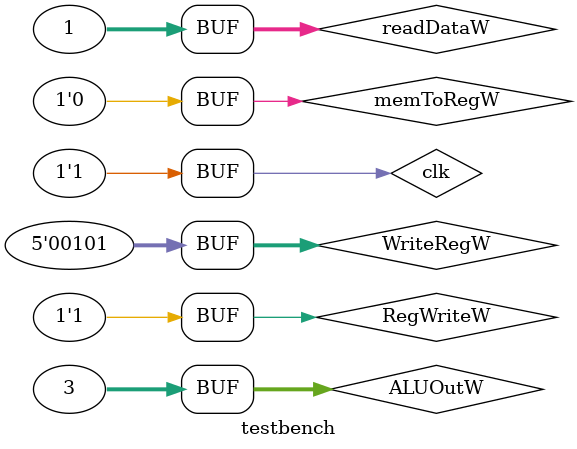
<source format=v>
`timescale 1ns/1ns

module testbench();
    reg clk;
    wire  memToRegW,RegWriteW;
    wire [31:0] ALUOutW,readDataW;
    wire [4:0] WriteRegW;
    wire [31:0] ResultW;
    // wire  [31:0] ResultW_reg;
    
    initial begin
        $dumpfile("testbench.vcd");
        $dumpvars(0,testbench);
        clk                  = 1;
        repeat(5000) #50 clk = ~clk;
    end
    assign memToRegW = 1'b0;
    assign RegWriteW = 1'b1;
    assign ALUOutW   = 32'b00000000000000000000000000000011;
    assign readDataW = 32'b00000000000000000000000000000001;
    assign WriteRegW = 5'b00101;
    writeBack writeBack(memToRegW,RegWriteW, readDataW, ALUOutW,ResultW,clk);
    always @(*) begin
        $display("%0d",WriteRegW);
    end
    
endmodule
//test passed
</source>
